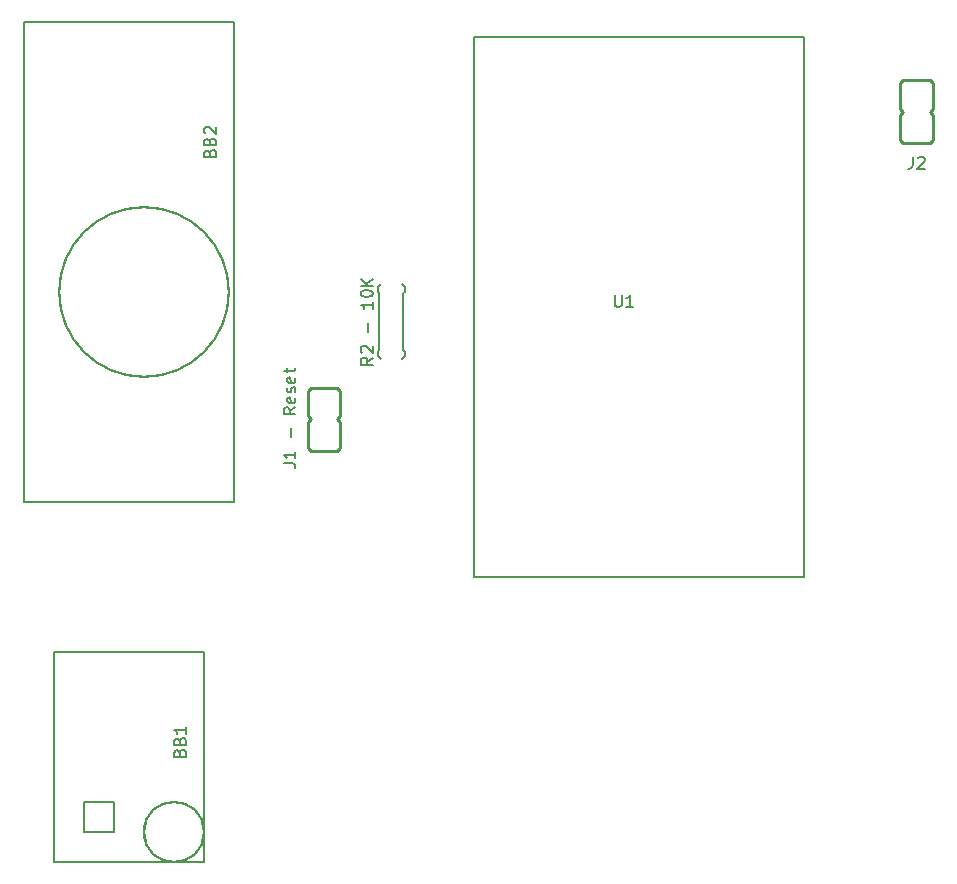
<source format=gto>
G04 --- HEADER BEGIN --- *
%TF.GenerationSoftware,LibrePCB,LibrePCB,0.1.4*%
%TF.CreationDate,2020-05-17T21:11:32*%
%TF.ProjectId,Weather-Station-v1 - default,0f98d3d9-bdb5-4b12-bb1d-3210ebaa1a1a,v1*%
%TF.Part,Single*%
%FSLAX66Y66*%
%MOMM*%
G01*
G74*
G04 --- HEADER END --- *
G04 --- APERTURE LIST BEGIN --- *
%ADD10C,0.2*%
%ADD11C,5.28X4.88*%
%ADD12C,0.1524*%
%ADD13C,0.25*%
%ADD14C,14.568408X14.168408*%
%ADD15O,2.7X1.5*%
%ADD16O,1.5X2.7*%
%ADD17P,1.8256X8X112.5*%
%ADD18O,2.39X1.787*%
%ADD19R,2.39X1.787*%
G04 --- APERTURE LIST END --- *
G04 --- BOARD BEGIN --- *
D10*
X47625000Y73025000D02*
X75565000Y73025000D01*
X75565000Y27305000D01*
X47625000Y27305000D01*
X47625000Y73025000D01*
X17145000Y8255000D02*
X17145000Y5715000D01*
X14605000Y5715000D01*
X14605000Y8255000D01*
X17145000Y8255000D01*
X24765000Y20955000D02*
X24765000Y3175000D01*
X12065000Y3175000D01*
X12065000Y20955000D01*
X24765000Y20955000D01*
D11*
X22225000Y5715000D03*
D12*
X39751000Y45720000D02*
X39497000Y45974000D01*
X41783000Y51816000D02*
X41783000Y51435000D01*
X39497000Y45974000D02*
X39497000Y46355000D01*
X41783000Y45974000D02*
X41783000Y46355000D01*
X41656000Y46482000D02*
X41783000Y46355000D01*
X41783000Y51816000D02*
X41529000Y52070000D01*
X41656000Y51308000D02*
X41783000Y51435000D01*
X39624000Y46482000D02*
X39497000Y46355000D01*
X39497000Y51816000D02*
X39751000Y52070000D01*
X39624000Y51308000D02*
X39497000Y51435000D01*
X39497000Y51816000D02*
X39497000Y51435000D01*
X39624000Y51308000D02*
X39624000Y46482000D01*
X41529000Y45720000D02*
X41783000Y45974000D01*
X41656000Y51308000D02*
X41656000Y46482000D01*
D13*
X33530000Y38245000D02*
X33530000Y40370000D01*
X33800000Y40640000D01*
X33530000Y40910000D01*
X33530000Y43035000D01*
X33800000Y43305000D01*
X36050000Y43305000D01*
X36320000Y43035000D01*
X36320000Y40910000D01*
X36050000Y40640000D01*
X36320000Y40370000D01*
X36320000Y38245000D01*
X36050000Y37975000D01*
X33800000Y37975000D01*
X33530000Y38245000D01*
X83695000Y64280000D02*
X83695000Y66405000D01*
X83965000Y66675000D01*
X83695000Y66945000D01*
X83695000Y69070000D01*
X83965000Y69340000D01*
X86215000Y69340000D01*
X86485000Y69070000D01*
X86485000Y66945000D01*
X86215000Y66675000D01*
X86485000Y66405000D01*
X86485000Y64280000D01*
X86215000Y64010000D01*
X83965000Y64010000D01*
X83695000Y64280000D01*
D10*
X27305000Y74295000D02*
X27305000Y33655000D01*
X9525000Y33655000D01*
X9525000Y74295000D01*
X27305000Y74295000D01*
D14*
X19685000Y51435000D03*
D10*
X59553889Y51165000D02*
X59553889Y50355000D01*
X59601667Y50260556D01*
X59649445Y50212778D01*
X59743889Y50165000D01*
X59935000Y50165000D01*
X60030556Y50212778D01*
X60077222Y50260556D01*
X60125000Y50355000D01*
X60125000Y51165000D01*
X61096111Y50165000D02*
X60525000Y50165000D01*
X60810556Y50165000D02*
X60810556Y51165000D01*
X60715000Y51021667D01*
X60620556Y50927222D01*
X60525000Y50879444D01*
X22701667Y12411667D02*
X22748333Y12555001D01*
X22796111Y12601667D01*
X22891667Y12649445D01*
X23035000Y12649445D01*
X23129444Y12601667D01*
X23177222Y12555001D01*
X23225000Y12459445D01*
X23225000Y12078334D01*
X22225000Y12078334D01*
X22225000Y12411667D01*
X22272778Y12507223D01*
X22320556Y12555001D01*
X22415000Y12601667D01*
X22510556Y12601667D01*
X22606111Y12555001D01*
X22653889Y12507223D01*
X22701667Y12411667D01*
X22701667Y12078334D01*
X22701667Y13382778D02*
X22748333Y13526112D01*
X22796111Y13572778D01*
X22891667Y13620556D01*
X23035000Y13620556D01*
X23129444Y13572778D01*
X23177222Y13526112D01*
X23225000Y13430556D01*
X23225000Y13049445D01*
X22225000Y13049445D01*
X22225000Y13382778D01*
X22272778Y13478334D01*
X22320556Y13526112D01*
X22415000Y13572778D01*
X22510556Y13572778D01*
X22606111Y13526112D01*
X22653889Y13478334D01*
X22701667Y13382778D01*
X22701667Y13049445D01*
X23225000Y14591667D02*
X23225000Y14020556D01*
X23225000Y14306112D02*
X22225000Y14306112D01*
X22368333Y14210556D01*
X22462778Y14116112D01*
X22510556Y14020556D01*
X39052500Y45833335D02*
X38575833Y45500002D01*
X39052500Y45262224D02*
X38052500Y45262224D01*
X38052500Y45643335D01*
X38100278Y45738891D01*
X38148056Y45785557D01*
X38242500Y45833335D01*
X38385833Y45833335D01*
X38481389Y45785557D01*
X38529167Y45738891D01*
X38575833Y45643335D01*
X38575833Y45262224D01*
X38148056Y46281113D02*
X38100278Y46328891D01*
X38052500Y46423335D01*
X38052500Y46662224D01*
X38100278Y46756668D01*
X38148056Y46804446D01*
X38242500Y46852224D01*
X38338056Y46852224D01*
X38481389Y46804446D01*
X39052500Y46233335D01*
X39052500Y46852224D01*
X38671389Y48052223D02*
X38671389Y48814445D01*
X39052500Y50585555D02*
X39052500Y50014444D01*
X39052500Y50300000D02*
X38052500Y50300000D01*
X38195833Y50204444D01*
X38290278Y50110000D01*
X38338056Y50014444D01*
X38052500Y51223333D02*
X38052500Y51318888D01*
X38100278Y51414444D01*
X38148056Y51462222D01*
X38242500Y51508888D01*
X38433611Y51556666D01*
X38671389Y51556666D01*
X38862500Y51508888D01*
X38956944Y51462222D01*
X39004722Y51414444D01*
X39052500Y51318888D01*
X39052500Y51223333D01*
X39004722Y51128888D01*
X38956944Y51081111D01*
X38862500Y51033333D01*
X38671389Y50985555D01*
X38433611Y50985555D01*
X38242500Y51033333D01*
X38148056Y51081111D01*
X38100278Y51128888D01*
X38052500Y51223333D01*
X39052500Y51956666D02*
X38052500Y51956666D01*
X39052500Y52527777D02*
X38481389Y52099999D01*
X38052500Y52527777D02*
X38623611Y51956666D01*
X31500000Y36932225D02*
X32214444Y36932225D01*
X32356667Y36884447D01*
X32452222Y36788892D01*
X32500000Y36646670D01*
X32500000Y36551114D01*
X32500000Y37903336D02*
X32500000Y37332225D01*
X32500000Y37617781D02*
X31500000Y37617781D01*
X31643333Y37522225D01*
X31737778Y37427781D01*
X31785556Y37332225D01*
X32118889Y39103335D02*
X32118889Y39865557D01*
X32500000Y41636667D02*
X32023333Y41303334D01*
X32500000Y41065556D02*
X31500000Y41065556D01*
X31500000Y41446667D01*
X31547778Y41542223D01*
X31595556Y41588889D01*
X31690000Y41636667D01*
X31833333Y41636667D01*
X31928889Y41588889D01*
X31976667Y41542223D01*
X32023333Y41446667D01*
X32023333Y41065556D01*
X32452222Y42465556D02*
X32500000Y42370000D01*
X32500000Y42180000D01*
X32452222Y42084445D01*
X32356667Y42036667D01*
X31976667Y42036667D01*
X31881111Y42084445D01*
X31833333Y42180000D01*
X31833333Y42370000D01*
X31881111Y42465556D01*
X31976667Y42513334D01*
X32071111Y42513334D01*
X32166667Y42036667D01*
X32452222Y42913334D02*
X32500000Y43008890D01*
X32500000Y43198890D01*
X32452222Y43294445D01*
X32356667Y43342223D01*
X32310000Y43342223D01*
X32214444Y43294445D01*
X32166667Y43198890D01*
X32166667Y43056667D01*
X32118889Y42961112D01*
X32023333Y42913334D01*
X31976667Y42913334D01*
X31881111Y42961112D01*
X31833333Y43056667D01*
X31833333Y43198890D01*
X31881111Y43294445D01*
X32452222Y44171112D02*
X32500000Y44075556D01*
X32500000Y43885556D01*
X32452222Y43790001D01*
X32356667Y43742223D01*
X31976667Y43742223D01*
X31881111Y43790001D01*
X31833333Y43885556D01*
X31833333Y44075556D01*
X31881111Y44171112D01*
X31976667Y44218890D01*
X32071111Y44218890D01*
X32166667Y43742223D01*
X31833333Y44618890D02*
X31833333Y45000001D01*
X31500000Y44762223D02*
X32356667Y44762223D01*
X32452222Y44808890D01*
X32500000Y44904446D01*
X32500000Y45000001D01*
X84771111Y62865000D02*
X84771111Y62150556D01*
X84723333Y62008333D01*
X84627778Y61912778D01*
X84485556Y61865000D01*
X84390000Y61865000D01*
X85218889Y62769444D02*
X85266667Y62817222D01*
X85361111Y62865000D01*
X85600000Y62865000D01*
X85694444Y62817222D01*
X85742222Y62769444D01*
X85790000Y62675000D01*
X85790000Y62579444D01*
X85742222Y62436111D01*
X85171111Y61865000D01*
X85790000Y61865000D01*
X25241667Y63187778D02*
X25288333Y63331112D01*
X25336111Y63377778D01*
X25431667Y63425556D01*
X25575000Y63425556D01*
X25669444Y63377778D01*
X25717222Y63331112D01*
X25765000Y63235556D01*
X25765000Y62854445D01*
X24765000Y62854445D01*
X24765000Y63187778D01*
X24812778Y63283334D01*
X24860556Y63331112D01*
X24955000Y63377778D01*
X25050556Y63377778D01*
X25146111Y63331112D01*
X25193889Y63283334D01*
X25241667Y63187778D01*
X25241667Y62854445D01*
X25241667Y64158889D02*
X25288333Y64302223D01*
X25336111Y64348889D01*
X25431667Y64396667D01*
X25575000Y64396667D01*
X25669444Y64348889D01*
X25717222Y64302223D01*
X25765000Y64206667D01*
X25765000Y63825556D01*
X24765000Y63825556D01*
X24765000Y64158889D01*
X24812778Y64254445D01*
X24860556Y64302223D01*
X24955000Y64348889D01*
X25050556Y64348889D01*
X25146111Y64302223D01*
X25193889Y64254445D01*
X25241667Y64158889D01*
X25241667Y63825556D01*
X24860556Y64844445D02*
X24812778Y64892223D01*
X24765000Y64986667D01*
X24765000Y65225556D01*
X24812778Y65320000D01*
X24860556Y65367778D01*
X24955000Y65415556D01*
X25050556Y65415556D01*
X25193889Y65367778D01*
X25765000Y64796667D01*
X25765000Y65415556D01*
%LPC*%
D15*
X50165000Y52705000D03*
X50165000Y57785000D03*
X50165000Y50165000D03*
X73025000Y32385000D03*
X50165000Y32385000D03*
X73025000Y47625000D03*
X50165000Y55245000D03*
X50165000Y60325000D03*
X73025000Y65405000D03*
X73025000Y62865000D03*
X73025000Y37465000D03*
X50165000Y40005000D03*
X73025000Y42545000D03*
X50165000Y45085000D03*
X73025000Y52705000D03*
X50165000Y37465000D03*
X50165000Y67945000D03*
X73025000Y34925000D03*
X50165000Y47625000D03*
X50165000Y42545000D03*
X50165000Y34925000D03*
X73025000Y55245000D03*
X73025000Y45085000D03*
X73025000Y40005000D03*
X73025000Y67945000D03*
X73025000Y60325000D03*
X73025000Y57785000D03*
X73025000Y50165000D03*
X50165000Y65405000D03*
X50165000Y62865000D03*
D16*
X17145000Y18415000D03*
X22225000Y18415000D03*
X14605000Y18415000D03*
X19685000Y18415000D03*
D17*
X40640000Y52705000D03*
X40640000Y45085000D03*
D18*
X34925000Y41910000D03*
D19*
X34925000Y39370000D03*
D18*
X85090000Y67945000D03*
D19*
X85090000Y65405000D03*
D16*
X22225000Y71755000D03*
X12065000Y71755000D03*
X24765000Y71755000D03*
X19685000Y71755000D03*
X17145000Y36195000D03*
X17145000Y71755000D03*
X19685000Y36195000D03*
X14605000Y71755000D03*
X14605000Y36195000D03*
X22225000Y36195000D03*
G04 --- BOARD END --- *
%TF.MD5,7b18c4c8fdbecf33913d36e95cbf80bc*%
M02*

</source>
